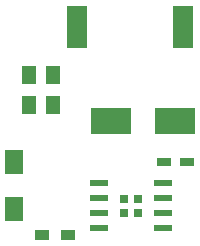
<source format=gbr>
G04 #@! TF.GenerationSoftware,KiCad,Pcbnew,(5.0.0-3-g5ebb6b6)*
G04 #@! TF.CreationDate,2018-09-18T15:00:12-07:00*
G04 #@! TF.ProjectId,phone_charger,70686F6E655F636861726765722E6B69,rev?*
G04 #@! TF.SameCoordinates,Original*
G04 #@! TF.FileFunction,Paste,Top*
G04 #@! TF.FilePolarity,Positive*
%FSLAX46Y46*%
G04 Gerber Fmt 4.6, Leading zero omitted, Abs format (unit mm)*
G04 Created by KiCad (PCBNEW (5.0.0-3-g5ebb6b6)) date Tuesday, September 18, 2018 at 03:00:12 PM*
%MOMM*%
%LPD*%
G01*
G04 APERTURE LIST*
%ADD10R,1.550000X0.600000*%
%ADD11R,0.705000X0.705000*%
%ADD12R,1.200000X0.750000*%
%ADD13R,1.250000X1.500000*%
%ADD14R,1.600000X2.000000*%
%ADD15R,3.500000X2.300000*%
%ADD16R,1.200000X0.900000*%
%ADD17R,1.700000X3.600000*%
G04 APERTURE END LIST*
D10*
G04 #@! TO.C,U1*
X101163001Y-78187001D03*
X101163001Y-79457001D03*
X101163001Y-80727001D03*
X101163001Y-81997001D03*
X106563001Y-81997001D03*
X106563001Y-80727001D03*
X106563001Y-79457001D03*
X106563001Y-78187001D03*
D11*
X104450501Y-80679501D03*
X104450501Y-79504501D03*
X103275501Y-80679501D03*
X103275501Y-79504501D03*
G04 #@! TD*
D12*
G04 #@! TO.C,C2*
X108580000Y-76403200D03*
X106680000Y-76403200D03*
G04 #@! TD*
D13*
G04 #@! TO.C,C4*
X97282000Y-69037200D03*
X97282000Y-71537200D03*
G04 #@! TD*
G04 #@! TO.C,C3*
X95199200Y-69037200D03*
X95199200Y-71537200D03*
G04 #@! TD*
D14*
G04 #@! TO.C,C1*
X93980000Y-80352400D03*
X93980000Y-76352400D03*
G04 #@! TD*
D15*
G04 #@! TO.C,D3*
X107602000Y-72898000D03*
X102202000Y-72898000D03*
G04 #@! TD*
D16*
G04 #@! TO.C,R2*
X96352000Y-82550000D03*
X98552000Y-82550000D03*
G04 #@! TD*
D17*
G04 #@! TO.C,L1*
X99284400Y-64947800D03*
X108284400Y-64947800D03*
G04 #@! TD*
M02*

</source>
